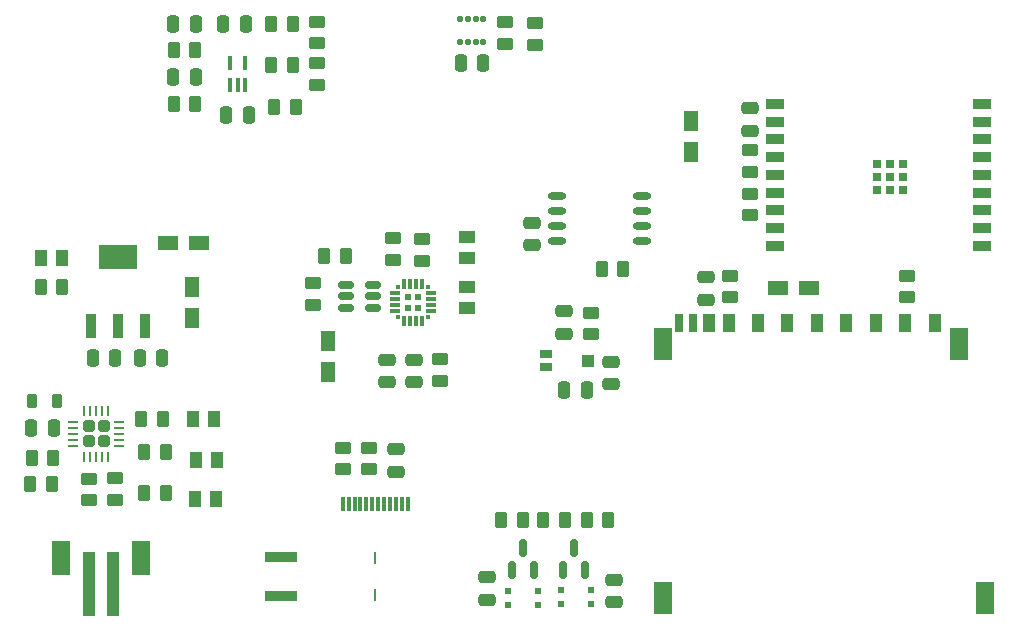
<source format=gbr>
%TF.GenerationSoftware,KiCad,Pcbnew,9.0.4*%
%TF.CreationDate,2025-09-02T02:13:18+05:30*%
%TF.ProjectId,ESP32 project,45535033-3220-4707-926f-6a6563742e6b,rev?*%
%TF.SameCoordinates,Original*%
%TF.FileFunction,Paste,Top*%
%TF.FilePolarity,Positive*%
%FSLAX46Y46*%
G04 Gerber Fmt 4.6, Leading zero omitted, Abs format (unit mm)*
G04 Created by KiCad (PCBNEW 9.0.4) date 2025-09-02 02:13:18*
%MOMM*%
%LPD*%
G01*
G04 APERTURE LIST*
G04 Aperture macros list*
%AMRoundRect*
0 Rectangle with rounded corners*
0 $1 Rounding radius*
0 $2 $3 $4 $5 $6 $7 $8 $9 X,Y pos of 4 corners*
0 Add a 4 corners polygon primitive as box body*
4,1,4,$2,$3,$4,$5,$6,$7,$8,$9,$2,$3,0*
0 Add four circle primitives for the rounded corners*
1,1,$1+$1,$2,$3*
1,1,$1+$1,$4,$5*
1,1,$1+$1,$6,$7*
1,1,$1+$1,$8,$9*
0 Add four rect primitives between the rounded corners*
20,1,$1+$1,$2,$3,$4,$5,0*
20,1,$1+$1,$4,$5,$6,$7,0*
20,1,$1+$1,$6,$7,$8,$9,0*
20,1,$1+$1,$8,$9,$2,$3,0*%
G04 Aperture macros list end*
%ADD10R,1.400000X1.000000*%
%ADD11R,1.500000X0.900000*%
%ADD12R,0.700000X0.700000*%
%ADD13R,1.230000X1.800000*%
%ADD14RoundRect,0.250000X-0.450000X0.262500X-0.450000X-0.262500X0.450000X-0.262500X0.450000X0.262500X0*%
%ADD15RoundRect,0.250000X0.262500X0.450000X-0.262500X0.450000X-0.262500X-0.450000X0.262500X-0.450000X0*%
%ADD16RoundRect,0.250000X-0.250000X-0.475000X0.250000X-0.475000X0.250000X0.475000X-0.250000X0.475000X0*%
%ADD17RoundRect,0.250000X0.475000X-0.250000X0.475000X0.250000X-0.475000X0.250000X-0.475000X-0.250000X0*%
%ADD18RoundRect,0.250000X0.450000X-0.262500X0.450000X0.262500X-0.450000X0.262500X-0.450000X-0.262500X0*%
%ADD19RoundRect,0.250000X-0.475000X0.250000X-0.475000X-0.250000X0.475000X-0.250000X0.475000X0.250000X0*%
%ADD20R,1.000000X1.400000*%
%ADD21RoundRect,0.250000X0.250000X0.475000X-0.250000X0.475000X-0.250000X-0.475000X0.250000X-0.475000X0*%
%ADD22O,1.600000X0.600000*%
%ADD23RoundRect,0.250000X-0.262500X-0.450000X0.262500X-0.450000X0.262500X0.450000X-0.262500X0.450000X0*%
%ADD24R,1.000000X1.500000*%
%ADD25R,0.700000X1.500000*%
%ADD26R,1.500000X2.800000*%
%ADD27R,0.300000X1.200000*%
%ADD28R,0.200000X1.000000*%
%ADD29R,1.000000X5.500000*%
%ADD30R,1.600000X3.000000*%
%ADD31R,1.100000X0.800000*%
%ADD32R,1.100000X1.000000*%
%ADD33RoundRect,0.056250X0.168750X-0.188750X0.168750X0.188750X-0.168750X0.188750X-0.168750X-0.188750X0*%
%ADD34R,0.540000X0.540000*%
%ADD35R,0.300000X0.300000*%
%ADD36R,0.900000X0.300000*%
%ADD37R,0.300000X0.900000*%
%ADD38RoundRect,0.250000X-0.255000X-0.255000X0.255000X-0.255000X0.255000X0.255000X-0.255000X0.255000X0*%
%ADD39RoundRect,0.062500X-0.350000X-0.062500X0.350000X-0.062500X0.350000X0.062500X-0.350000X0.062500X0*%
%ADD40RoundRect,0.062500X-0.062500X-0.350000X0.062500X-0.350000X0.062500X0.350000X-0.062500X0.350000X0*%
%ADD41RoundRect,0.218750X0.218750X0.381250X-0.218750X0.381250X-0.218750X-0.381250X0.218750X-0.381250X0*%
%ADD42R,2.810000X0.910000*%
%ADD43RoundRect,0.150000X0.512500X0.150000X-0.512500X0.150000X-0.512500X-0.150000X0.512500X-0.150000X0*%
%ADD44R,0.550000X0.570000*%
%ADD45R,1.800000X1.230000*%
%ADD46R,0.950000X2.150000*%
%ADD47R,3.250000X2.150000*%
%ADD48RoundRect,0.100000X0.100000X-0.495000X0.100000X0.495000X-0.100000X0.495000X-0.100000X-0.495000X0*%
%ADD49RoundRect,0.150000X0.150000X-0.587500X0.150000X0.587500X-0.150000X0.587500X-0.150000X-0.587500X0*%
G04 APERTURE END LIST*
D10*
%TO.C,LED5*%
X176000000Y-97200000D03*
X176000000Y-99000000D03*
%TD*%
%TO.C,LED6*%
X176000000Y-94810000D03*
X176000000Y-93010000D03*
%TD*%
D11*
%TO.C,U5*%
X202140000Y-81750000D03*
X202140000Y-83250000D03*
X202140000Y-84750000D03*
X202140000Y-86250000D03*
X202140000Y-87750000D03*
X202140000Y-89250000D03*
X202140000Y-90750000D03*
X202140000Y-92250000D03*
X202140000Y-93750000D03*
X219640000Y-93750000D03*
X219640000Y-92250000D03*
X219640000Y-90750000D03*
X219640000Y-89250000D03*
X219640000Y-87750000D03*
X219640000Y-86250000D03*
X219640000Y-84750000D03*
X219640000Y-83250000D03*
X219640000Y-81750000D03*
D12*
X210750000Y-86850000D03*
X211850000Y-86850000D03*
X212950000Y-86850000D03*
X210750000Y-87950000D03*
X211850000Y-87950000D03*
X212950000Y-87950000D03*
X210750000Y-89050000D03*
X211850000Y-89050000D03*
X212950000Y-89050000D03*
%TD*%
D13*
%TO.C,C8*%
X164250000Y-104457500D03*
X164250000Y-101837500D03*
%TD*%
D14*
%TO.C,R19*%
X213250000Y-96300000D03*
X213250000Y-98125000D03*
%TD*%
D15*
%TO.C,R3*%
X150287500Y-108425000D03*
X148462500Y-108425000D03*
%TD*%
D14*
%TO.C,R16*%
X200000000Y-85675000D03*
X200000000Y-87500000D03*
%TD*%
%TO.C,R15*%
X172250000Y-93175000D03*
X172250000Y-95000000D03*
%TD*%
D16*
%TO.C,C18*%
X155650000Y-82670000D03*
X157550000Y-82670000D03*
%TD*%
D17*
%TO.C,C3*%
X170000000Y-112862500D03*
X170000000Y-110962500D03*
%TD*%
D18*
%TO.C,R23*%
X163350000Y-76622500D03*
X163350000Y-74797500D03*
%TD*%
D19*
%TO.C,C22*%
X184250000Y-99300000D03*
X184250000Y-101200000D03*
%TD*%
D20*
%TO.C,LED4*%
X152975000Y-115175000D03*
X154775000Y-115175000D03*
%TD*%
D21*
%TO.C,C24*%
X153050000Y-74960000D03*
X151150000Y-74960000D03*
%TD*%
D22*
%TO.C,U4*%
X183650000Y-89545000D03*
X183650000Y-90815000D03*
X183650000Y-92085000D03*
X183650000Y-93355000D03*
X190850000Y-93355000D03*
X190850000Y-92085000D03*
X190850000Y-90815000D03*
X190850000Y-89545000D03*
%TD*%
D19*
%TO.C,C11*%
X200000000Y-82100000D03*
X200000000Y-84000000D03*
%TD*%
D21*
%TO.C,C6*%
X141025000Y-109175000D03*
X139125000Y-109175000D03*
%TD*%
D23*
%TO.C,R24*%
X151187500Y-81710000D03*
X153012500Y-81710000D03*
%TD*%
D15*
%TO.C,R7*%
X150512500Y-111175000D03*
X148687500Y-111175000D03*
%TD*%
D18*
%TO.C,R13*%
X173750000Y-105200000D03*
X173750000Y-103375000D03*
%TD*%
D23*
%TO.C,R30*%
X182500000Y-117000000D03*
X184325000Y-117000000D03*
%TD*%
D16*
%TO.C,C1*%
X148300000Y-103250000D03*
X150200000Y-103250000D03*
%TD*%
D14*
%TO.C,R14*%
X169750000Y-93087500D03*
X169750000Y-94912500D03*
%TD*%
D18*
%TO.C,R17*%
X200000000Y-91162500D03*
X200000000Y-89337500D03*
%TD*%
D17*
%TO.C,C10*%
X169250000Y-105287500D03*
X169250000Y-103387500D03*
%TD*%
D21*
%TO.C,C17*%
X153050000Y-79460000D03*
X151150000Y-79460000D03*
%TD*%
D20*
%TO.C,LED1*%
X152825000Y-108425000D03*
X154625000Y-108425000D03*
%TD*%
D24*
%TO.C,J3*%
X213125000Y-100250000D03*
X210625000Y-100250000D03*
X208125000Y-100250000D03*
X205625000Y-100250000D03*
X203125000Y-100250000D03*
X200625000Y-100250000D03*
X198200000Y-100250000D03*
X196500000Y-100250000D03*
X215625000Y-100250000D03*
D25*
X195200000Y-100250000D03*
D26*
X192600000Y-102050000D03*
X217700000Y-102050000D03*
X219900000Y-123550000D03*
X192600000Y-123550000D03*
D25*
X194000000Y-100250000D03*
%TD*%
D27*
%TO.C,J1*%
X165500000Y-115620000D03*
X166000000Y-115620000D03*
X166500000Y-115620000D03*
X167000000Y-115620000D03*
X167500000Y-115620000D03*
X168000000Y-115620000D03*
X168500000Y-115620000D03*
X169000000Y-115620000D03*
X169500000Y-115620000D03*
X170000000Y-115620000D03*
X170500000Y-115620000D03*
X171000000Y-115620000D03*
D28*
X168250000Y-120200000D03*
X168250000Y-123300000D03*
%TD*%
D29*
%TO.C,J2*%
X144037500Y-122425000D03*
X146037500Y-122425000D03*
D30*
X141637500Y-120175000D03*
X148437500Y-120175000D03*
%TD*%
D31*
%TO.C,Q1*%
X182740000Y-102950000D03*
X182740000Y-104050000D03*
D32*
X186250000Y-103500000D03*
%TD*%
D33*
%TO.C,U6*%
X175450000Y-74560000D03*
X176100000Y-74560000D03*
X176750000Y-74560000D03*
X177400000Y-74560000D03*
X177400000Y-76500000D03*
X176750000Y-76500000D03*
X176100000Y-76500000D03*
X175450000Y-76500000D03*
%TD*%
D15*
%TO.C,R29*%
X188000000Y-117000000D03*
X186175000Y-117000000D03*
%TD*%
D17*
%TO.C,C19*%
X188500000Y-123950000D03*
X188500000Y-122050000D03*
%TD*%
D34*
%TO.C,U3*%
X171000000Y-98077500D03*
X171000000Y-98977500D03*
X171900000Y-98077500D03*
X171900000Y-98977500D03*
D35*
X170200000Y-97277500D03*
D36*
X169900000Y-97777500D03*
X169900000Y-98277500D03*
X169900000Y-98777500D03*
X169900000Y-99277500D03*
D35*
X170200000Y-99777500D03*
D37*
X170700000Y-100077500D03*
X171200000Y-100077500D03*
X171700000Y-100077500D03*
X172200000Y-100077500D03*
D35*
X172700000Y-99777500D03*
D36*
X173000000Y-99277500D03*
X173000000Y-98777500D03*
X173000000Y-98277500D03*
X173000000Y-97777500D03*
D35*
X172700000Y-97277500D03*
D37*
X172200000Y-96977500D03*
X171700000Y-96977500D03*
X171200000Y-96977500D03*
X170700000Y-96977500D03*
%TD*%
D19*
%TO.C,C7*%
X171500000Y-103387500D03*
X171500000Y-105287500D03*
%TD*%
D38*
%TO.C,U1*%
X144000000Y-109050000D03*
X144000000Y-110300000D03*
X145250000Y-109050000D03*
X145250000Y-110300000D03*
D39*
X142687500Y-108675000D03*
X142687500Y-109175000D03*
X142687500Y-109675000D03*
X142687500Y-110175000D03*
X142687500Y-110675000D03*
D40*
X143625000Y-111612500D03*
X144125000Y-111612500D03*
X144625000Y-111612500D03*
X145125000Y-111612500D03*
X145625000Y-111612500D03*
D39*
X146562500Y-110675000D03*
X146562500Y-110175000D03*
X146562500Y-109675000D03*
X146562500Y-109175000D03*
X146562500Y-108675000D03*
D40*
X145625000Y-107737500D03*
X145125000Y-107737500D03*
X144625000Y-107737500D03*
X144125000Y-107737500D03*
X143625000Y-107737500D03*
%TD*%
D41*
%TO.C,FB1*%
X141312500Y-106875000D03*
X139187500Y-106875000D03*
%TD*%
D18*
%TO.C,R4*%
X144000000Y-115287500D03*
X144000000Y-113462500D03*
%TD*%
D20*
%TO.C,LED2*%
X139950000Y-94750000D03*
X141750000Y-94750000D03*
%TD*%
D14*
%TO.C,R8*%
X146250000Y-113425000D03*
X146250000Y-115250000D03*
%TD*%
D19*
%TO.C,C20*%
X177750000Y-121800000D03*
X177750000Y-123700000D03*
%TD*%
D15*
%TO.C,R31*%
X180750000Y-117000000D03*
X178925000Y-117000000D03*
%TD*%
D23*
%TO.C,R28*%
X159437500Y-78460000D03*
X161262500Y-78460000D03*
%TD*%
D42*
%TO.C,F1*%
X160250000Y-120130000D03*
X160250000Y-123370000D03*
%TD*%
D17*
%TO.C,C21*%
X188250000Y-105450000D03*
X188250000Y-103550000D03*
%TD*%
D23*
%TO.C,R11*%
X163925000Y-94587500D03*
X165750000Y-94587500D03*
%TD*%
D43*
%TO.C,U2*%
X168025000Y-98977500D03*
X168025000Y-98027500D03*
X168025000Y-97077500D03*
X165750000Y-97077500D03*
X165750000Y-98027500D03*
X165750000Y-98977500D03*
%TD*%
D44*
%TO.C,SW2*%
X182050000Y-124160000D03*
X179500000Y-124160000D03*
X182050000Y-123000000D03*
X179500000Y-123000000D03*
%TD*%
D45*
%TO.C,C4*%
X150750000Y-93500000D03*
X153370000Y-93500000D03*
%TD*%
D18*
%TO.C,R18*%
X198250000Y-98125000D03*
X198250000Y-96300000D03*
%TD*%
D20*
%TO.C,LED3*%
X153075000Y-111925000D03*
X154875000Y-111925000D03*
%TD*%
D14*
%TO.C,R25*%
X163350000Y-78297500D03*
X163350000Y-80122500D03*
%TD*%
D18*
%TO.C,R21*%
X181750000Y-76722500D03*
X181750000Y-74897500D03*
%TD*%
D46*
%TO.C,VR1*%
X144150000Y-100500000D03*
X146450000Y-100500000D03*
X148750000Y-100500000D03*
D47*
X146450000Y-94700000D03*
%TD*%
D16*
%TO.C,C16*%
X155400000Y-74960000D03*
X157300000Y-74960000D03*
%TD*%
D23*
%TO.C,R12*%
X187425000Y-95700000D03*
X189250000Y-95700000D03*
%TD*%
D14*
%TO.C,R22*%
X186500000Y-99425000D03*
X186500000Y-101250000D03*
%TD*%
D16*
%TO.C,C23*%
X184250000Y-106000000D03*
X186150000Y-106000000D03*
%TD*%
D18*
%TO.C,R1*%
X167750000Y-112662500D03*
X167750000Y-110837500D03*
%TD*%
D21*
%TO.C,C5*%
X146250000Y-103250000D03*
X144350000Y-103250000D03*
%TD*%
D44*
%TO.C,SW1*%
X183975000Y-122920000D03*
X186525000Y-122920000D03*
X183975000Y-124080000D03*
X186525000Y-124080000D03*
%TD*%
D23*
%TO.C,R27*%
X151187500Y-77210000D03*
X153012500Y-77210000D03*
%TD*%
%TO.C,k1*%
X148712500Y-114675000D03*
X150537500Y-114675000D03*
%TD*%
%TO.C,R5*%
X139050000Y-113925000D03*
X140875000Y-113925000D03*
%TD*%
%TO.C,R6*%
X139937500Y-97250000D03*
X141762500Y-97250000D03*
%TD*%
D48*
%TO.C,U7*%
X155950000Y-80170000D03*
X156600000Y-80170000D03*
X157250000Y-80170000D03*
X157250000Y-78250000D03*
X155950000Y-78250000D03*
%TD*%
D49*
%TO.C,Q3*%
X184137500Y-121187500D03*
X186037500Y-121187500D03*
X185087500Y-119312500D03*
%TD*%
D15*
%TO.C,R28*%
X161262500Y-74960000D03*
X159437500Y-74960000D03*
%TD*%
D14*
%TO.C,R10*%
X163000000Y-96925000D03*
X163000000Y-98750000D03*
%TD*%
D16*
%TO.C,C15*%
X175500000Y-78310000D03*
X177400000Y-78310000D03*
%TD*%
D19*
%TO.C,C9*%
X181500000Y-91800000D03*
X181500000Y-93700000D03*
%TD*%
D45*
%TO.C,C13*%
X205000000Y-97300000D03*
X202380000Y-97300000D03*
%TD*%
D13*
%TO.C,C2*%
X152750000Y-99870000D03*
X152750000Y-97250000D03*
%TD*%
%TO.C,C12*%
X195000000Y-83190000D03*
X195000000Y-85810000D03*
%TD*%
D19*
%TO.C,C14*%
X196250000Y-96400000D03*
X196250000Y-98300000D03*
%TD*%
D18*
%TO.C,R2*%
X165500000Y-112662500D03*
X165500000Y-110837500D03*
%TD*%
D23*
%TO.C,R9*%
X139162500Y-111675000D03*
X140987500Y-111675000D03*
%TD*%
D18*
%TO.C,R20*%
X179250000Y-76635000D03*
X179250000Y-74810000D03*
%TD*%
D15*
%TO.C,R26*%
X161512500Y-81960000D03*
X159687500Y-81960000D03*
%TD*%
D49*
%TO.C,Q2*%
X179800000Y-121187500D03*
X181700000Y-121187500D03*
X180750000Y-119312500D03*
%TD*%
M02*

</source>
